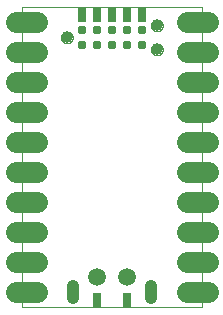
<source format=gbs>
G75*
%MOIN*%
%OFA0B0*%
%FSLAX25Y25*%
%IPPOS*%
%LPD*%
%AMOC8*
5,1,8,0,0,1.08239X$1,22.5*
%
%ADD10C,0.00000*%
%ADD11C,0.07000*%
%ADD12C,0.07000*%
%ADD13C,0.03100*%
%ADD14C,0.03937*%
%ADD15R,0.02500X0.05000*%
%ADD16C,0.05906*%
%ADD17C,0.04000*%
D10*
X0008150Y0096576D02*
X0008150Y0196576D01*
X0068150Y0196576D01*
X0068150Y0096576D01*
X0008150Y0096576D01*
X0051181Y0182576D02*
X0051183Y0182664D01*
X0051189Y0182752D01*
X0051199Y0182840D01*
X0051213Y0182928D01*
X0051230Y0183014D01*
X0051252Y0183100D01*
X0051277Y0183184D01*
X0051307Y0183268D01*
X0051339Y0183350D01*
X0051376Y0183430D01*
X0051416Y0183509D01*
X0051460Y0183586D01*
X0051507Y0183661D01*
X0051557Y0183733D01*
X0051611Y0183804D01*
X0051667Y0183871D01*
X0051727Y0183937D01*
X0051789Y0183999D01*
X0051855Y0184059D01*
X0051922Y0184115D01*
X0051993Y0184169D01*
X0052065Y0184219D01*
X0052140Y0184266D01*
X0052217Y0184310D01*
X0052296Y0184350D01*
X0052376Y0184387D01*
X0052458Y0184419D01*
X0052542Y0184449D01*
X0052626Y0184474D01*
X0052712Y0184496D01*
X0052798Y0184513D01*
X0052886Y0184527D01*
X0052974Y0184537D01*
X0053062Y0184543D01*
X0053150Y0184545D01*
X0053238Y0184543D01*
X0053326Y0184537D01*
X0053414Y0184527D01*
X0053502Y0184513D01*
X0053588Y0184496D01*
X0053674Y0184474D01*
X0053758Y0184449D01*
X0053842Y0184419D01*
X0053924Y0184387D01*
X0054004Y0184350D01*
X0054083Y0184310D01*
X0054160Y0184266D01*
X0054235Y0184219D01*
X0054307Y0184169D01*
X0054378Y0184115D01*
X0054445Y0184059D01*
X0054511Y0183999D01*
X0054573Y0183937D01*
X0054633Y0183871D01*
X0054689Y0183804D01*
X0054743Y0183733D01*
X0054793Y0183661D01*
X0054840Y0183586D01*
X0054884Y0183509D01*
X0054924Y0183430D01*
X0054961Y0183350D01*
X0054993Y0183268D01*
X0055023Y0183184D01*
X0055048Y0183100D01*
X0055070Y0183014D01*
X0055087Y0182928D01*
X0055101Y0182840D01*
X0055111Y0182752D01*
X0055117Y0182664D01*
X0055119Y0182576D01*
X0055117Y0182488D01*
X0055111Y0182400D01*
X0055101Y0182312D01*
X0055087Y0182224D01*
X0055070Y0182138D01*
X0055048Y0182052D01*
X0055023Y0181968D01*
X0054993Y0181884D01*
X0054961Y0181802D01*
X0054924Y0181722D01*
X0054884Y0181643D01*
X0054840Y0181566D01*
X0054793Y0181491D01*
X0054743Y0181419D01*
X0054689Y0181348D01*
X0054633Y0181281D01*
X0054573Y0181215D01*
X0054511Y0181153D01*
X0054445Y0181093D01*
X0054378Y0181037D01*
X0054307Y0180983D01*
X0054235Y0180933D01*
X0054160Y0180886D01*
X0054083Y0180842D01*
X0054004Y0180802D01*
X0053924Y0180765D01*
X0053842Y0180733D01*
X0053758Y0180703D01*
X0053674Y0180678D01*
X0053588Y0180656D01*
X0053502Y0180639D01*
X0053414Y0180625D01*
X0053326Y0180615D01*
X0053238Y0180609D01*
X0053150Y0180607D01*
X0053062Y0180609D01*
X0052974Y0180615D01*
X0052886Y0180625D01*
X0052798Y0180639D01*
X0052712Y0180656D01*
X0052626Y0180678D01*
X0052542Y0180703D01*
X0052458Y0180733D01*
X0052376Y0180765D01*
X0052296Y0180802D01*
X0052217Y0180842D01*
X0052140Y0180886D01*
X0052065Y0180933D01*
X0051993Y0180983D01*
X0051922Y0181037D01*
X0051855Y0181093D01*
X0051789Y0181153D01*
X0051727Y0181215D01*
X0051667Y0181281D01*
X0051611Y0181348D01*
X0051557Y0181419D01*
X0051507Y0181491D01*
X0051460Y0181566D01*
X0051416Y0181643D01*
X0051376Y0181722D01*
X0051339Y0181802D01*
X0051307Y0181884D01*
X0051277Y0181968D01*
X0051252Y0182052D01*
X0051230Y0182138D01*
X0051213Y0182224D01*
X0051199Y0182312D01*
X0051189Y0182400D01*
X0051183Y0182488D01*
X0051181Y0182576D01*
X0051181Y0190576D02*
X0051183Y0190664D01*
X0051189Y0190752D01*
X0051199Y0190840D01*
X0051213Y0190928D01*
X0051230Y0191014D01*
X0051252Y0191100D01*
X0051277Y0191184D01*
X0051307Y0191268D01*
X0051339Y0191350D01*
X0051376Y0191430D01*
X0051416Y0191509D01*
X0051460Y0191586D01*
X0051507Y0191661D01*
X0051557Y0191733D01*
X0051611Y0191804D01*
X0051667Y0191871D01*
X0051727Y0191937D01*
X0051789Y0191999D01*
X0051855Y0192059D01*
X0051922Y0192115D01*
X0051993Y0192169D01*
X0052065Y0192219D01*
X0052140Y0192266D01*
X0052217Y0192310D01*
X0052296Y0192350D01*
X0052376Y0192387D01*
X0052458Y0192419D01*
X0052542Y0192449D01*
X0052626Y0192474D01*
X0052712Y0192496D01*
X0052798Y0192513D01*
X0052886Y0192527D01*
X0052974Y0192537D01*
X0053062Y0192543D01*
X0053150Y0192545D01*
X0053238Y0192543D01*
X0053326Y0192537D01*
X0053414Y0192527D01*
X0053502Y0192513D01*
X0053588Y0192496D01*
X0053674Y0192474D01*
X0053758Y0192449D01*
X0053842Y0192419D01*
X0053924Y0192387D01*
X0054004Y0192350D01*
X0054083Y0192310D01*
X0054160Y0192266D01*
X0054235Y0192219D01*
X0054307Y0192169D01*
X0054378Y0192115D01*
X0054445Y0192059D01*
X0054511Y0191999D01*
X0054573Y0191937D01*
X0054633Y0191871D01*
X0054689Y0191804D01*
X0054743Y0191733D01*
X0054793Y0191661D01*
X0054840Y0191586D01*
X0054884Y0191509D01*
X0054924Y0191430D01*
X0054961Y0191350D01*
X0054993Y0191268D01*
X0055023Y0191184D01*
X0055048Y0191100D01*
X0055070Y0191014D01*
X0055087Y0190928D01*
X0055101Y0190840D01*
X0055111Y0190752D01*
X0055117Y0190664D01*
X0055119Y0190576D01*
X0055117Y0190488D01*
X0055111Y0190400D01*
X0055101Y0190312D01*
X0055087Y0190224D01*
X0055070Y0190138D01*
X0055048Y0190052D01*
X0055023Y0189968D01*
X0054993Y0189884D01*
X0054961Y0189802D01*
X0054924Y0189722D01*
X0054884Y0189643D01*
X0054840Y0189566D01*
X0054793Y0189491D01*
X0054743Y0189419D01*
X0054689Y0189348D01*
X0054633Y0189281D01*
X0054573Y0189215D01*
X0054511Y0189153D01*
X0054445Y0189093D01*
X0054378Y0189037D01*
X0054307Y0188983D01*
X0054235Y0188933D01*
X0054160Y0188886D01*
X0054083Y0188842D01*
X0054004Y0188802D01*
X0053924Y0188765D01*
X0053842Y0188733D01*
X0053758Y0188703D01*
X0053674Y0188678D01*
X0053588Y0188656D01*
X0053502Y0188639D01*
X0053414Y0188625D01*
X0053326Y0188615D01*
X0053238Y0188609D01*
X0053150Y0188607D01*
X0053062Y0188609D01*
X0052974Y0188615D01*
X0052886Y0188625D01*
X0052798Y0188639D01*
X0052712Y0188656D01*
X0052626Y0188678D01*
X0052542Y0188703D01*
X0052458Y0188733D01*
X0052376Y0188765D01*
X0052296Y0188802D01*
X0052217Y0188842D01*
X0052140Y0188886D01*
X0052065Y0188933D01*
X0051993Y0188983D01*
X0051922Y0189037D01*
X0051855Y0189093D01*
X0051789Y0189153D01*
X0051727Y0189215D01*
X0051667Y0189281D01*
X0051611Y0189348D01*
X0051557Y0189419D01*
X0051507Y0189491D01*
X0051460Y0189566D01*
X0051416Y0189643D01*
X0051376Y0189722D01*
X0051339Y0189802D01*
X0051307Y0189884D01*
X0051277Y0189968D01*
X0051252Y0190052D01*
X0051230Y0190138D01*
X0051213Y0190224D01*
X0051199Y0190312D01*
X0051189Y0190400D01*
X0051183Y0190488D01*
X0051181Y0190576D01*
X0021181Y0186576D02*
X0021183Y0186664D01*
X0021189Y0186752D01*
X0021199Y0186840D01*
X0021213Y0186928D01*
X0021230Y0187014D01*
X0021252Y0187100D01*
X0021277Y0187184D01*
X0021307Y0187268D01*
X0021339Y0187350D01*
X0021376Y0187430D01*
X0021416Y0187509D01*
X0021460Y0187586D01*
X0021507Y0187661D01*
X0021557Y0187733D01*
X0021611Y0187804D01*
X0021667Y0187871D01*
X0021727Y0187937D01*
X0021789Y0187999D01*
X0021855Y0188059D01*
X0021922Y0188115D01*
X0021993Y0188169D01*
X0022065Y0188219D01*
X0022140Y0188266D01*
X0022217Y0188310D01*
X0022296Y0188350D01*
X0022376Y0188387D01*
X0022458Y0188419D01*
X0022542Y0188449D01*
X0022626Y0188474D01*
X0022712Y0188496D01*
X0022798Y0188513D01*
X0022886Y0188527D01*
X0022974Y0188537D01*
X0023062Y0188543D01*
X0023150Y0188545D01*
X0023238Y0188543D01*
X0023326Y0188537D01*
X0023414Y0188527D01*
X0023502Y0188513D01*
X0023588Y0188496D01*
X0023674Y0188474D01*
X0023758Y0188449D01*
X0023842Y0188419D01*
X0023924Y0188387D01*
X0024004Y0188350D01*
X0024083Y0188310D01*
X0024160Y0188266D01*
X0024235Y0188219D01*
X0024307Y0188169D01*
X0024378Y0188115D01*
X0024445Y0188059D01*
X0024511Y0187999D01*
X0024573Y0187937D01*
X0024633Y0187871D01*
X0024689Y0187804D01*
X0024743Y0187733D01*
X0024793Y0187661D01*
X0024840Y0187586D01*
X0024884Y0187509D01*
X0024924Y0187430D01*
X0024961Y0187350D01*
X0024993Y0187268D01*
X0025023Y0187184D01*
X0025048Y0187100D01*
X0025070Y0187014D01*
X0025087Y0186928D01*
X0025101Y0186840D01*
X0025111Y0186752D01*
X0025117Y0186664D01*
X0025119Y0186576D01*
X0025117Y0186488D01*
X0025111Y0186400D01*
X0025101Y0186312D01*
X0025087Y0186224D01*
X0025070Y0186138D01*
X0025048Y0186052D01*
X0025023Y0185968D01*
X0024993Y0185884D01*
X0024961Y0185802D01*
X0024924Y0185722D01*
X0024884Y0185643D01*
X0024840Y0185566D01*
X0024793Y0185491D01*
X0024743Y0185419D01*
X0024689Y0185348D01*
X0024633Y0185281D01*
X0024573Y0185215D01*
X0024511Y0185153D01*
X0024445Y0185093D01*
X0024378Y0185037D01*
X0024307Y0184983D01*
X0024235Y0184933D01*
X0024160Y0184886D01*
X0024083Y0184842D01*
X0024004Y0184802D01*
X0023924Y0184765D01*
X0023842Y0184733D01*
X0023758Y0184703D01*
X0023674Y0184678D01*
X0023588Y0184656D01*
X0023502Y0184639D01*
X0023414Y0184625D01*
X0023326Y0184615D01*
X0023238Y0184609D01*
X0023150Y0184607D01*
X0023062Y0184609D01*
X0022974Y0184615D01*
X0022886Y0184625D01*
X0022798Y0184639D01*
X0022712Y0184656D01*
X0022626Y0184678D01*
X0022542Y0184703D01*
X0022458Y0184733D01*
X0022376Y0184765D01*
X0022296Y0184802D01*
X0022217Y0184842D01*
X0022140Y0184886D01*
X0022065Y0184933D01*
X0021993Y0184983D01*
X0021922Y0185037D01*
X0021855Y0185093D01*
X0021789Y0185153D01*
X0021727Y0185215D01*
X0021667Y0185281D01*
X0021611Y0185348D01*
X0021557Y0185419D01*
X0021507Y0185491D01*
X0021460Y0185566D01*
X0021416Y0185643D01*
X0021376Y0185722D01*
X0021339Y0185802D01*
X0021307Y0185884D01*
X0021277Y0185968D01*
X0021252Y0186052D01*
X0021230Y0186138D01*
X0021213Y0186224D01*
X0021199Y0186312D01*
X0021189Y0186400D01*
X0021183Y0186488D01*
X0021181Y0186576D01*
D11*
X0013150Y0191576D02*
X0006150Y0191576D01*
X0006150Y0181576D02*
X0013150Y0181576D01*
X0013150Y0171576D02*
X0006150Y0171576D01*
X0006150Y0161576D02*
X0013150Y0161576D01*
X0013150Y0151576D02*
X0006150Y0151576D01*
X0006150Y0141576D02*
X0013150Y0141576D01*
X0013150Y0131576D02*
X0006150Y0131576D01*
X0006150Y0121576D02*
X0013150Y0121576D01*
X0013150Y0111576D02*
X0006150Y0111576D01*
X0006150Y0101576D02*
X0013150Y0101576D01*
X0063150Y0101576D02*
X0070150Y0101576D01*
X0070150Y0111576D02*
X0063150Y0111576D01*
X0063150Y0121576D02*
X0070150Y0121576D01*
X0070150Y0131576D02*
X0063150Y0131576D01*
X0063150Y0141576D02*
X0070150Y0141576D01*
X0070150Y0151576D02*
X0063150Y0151576D01*
X0063150Y0161576D02*
X0070150Y0161576D01*
X0070150Y0171576D02*
X0063150Y0171576D01*
X0063150Y0181576D02*
X0070150Y0181576D01*
X0070150Y0191576D02*
X0063150Y0191576D01*
D12*
X0068150Y0191576D03*
X0068150Y0181576D03*
X0068150Y0171576D03*
X0068150Y0161576D03*
X0068150Y0151576D03*
X0068150Y0141576D03*
X0068150Y0131576D03*
X0068150Y0121576D03*
X0068150Y0111576D03*
X0068150Y0101576D03*
X0008150Y0101576D03*
X0008150Y0111576D03*
X0008150Y0121576D03*
X0008150Y0131576D03*
X0008150Y0141576D03*
X0008150Y0151576D03*
X0008150Y0161576D03*
X0008150Y0171576D03*
X0008150Y0181576D03*
X0008150Y0191576D03*
D13*
X0028150Y0189076D03*
X0033150Y0189076D03*
X0038150Y0189076D03*
X0043150Y0189076D03*
X0048150Y0189076D03*
X0048150Y0184076D03*
X0043150Y0184076D03*
X0038150Y0184076D03*
X0033150Y0184076D03*
X0028150Y0184076D03*
D14*
X0023150Y0186576D03*
X0053150Y0190576D03*
X0053150Y0182576D03*
D15*
X0048150Y0194076D03*
X0043150Y0194076D03*
X0038150Y0194076D03*
X0033150Y0194076D03*
X0028150Y0194076D03*
X0033150Y0099076D03*
X0043150Y0099076D03*
D16*
X0043150Y0106576D03*
X0033150Y0106576D03*
D17*
X0025158Y0103576D02*
X0025158Y0099576D01*
X0051142Y0099576D02*
X0051142Y0103576D01*
M02*

</source>
